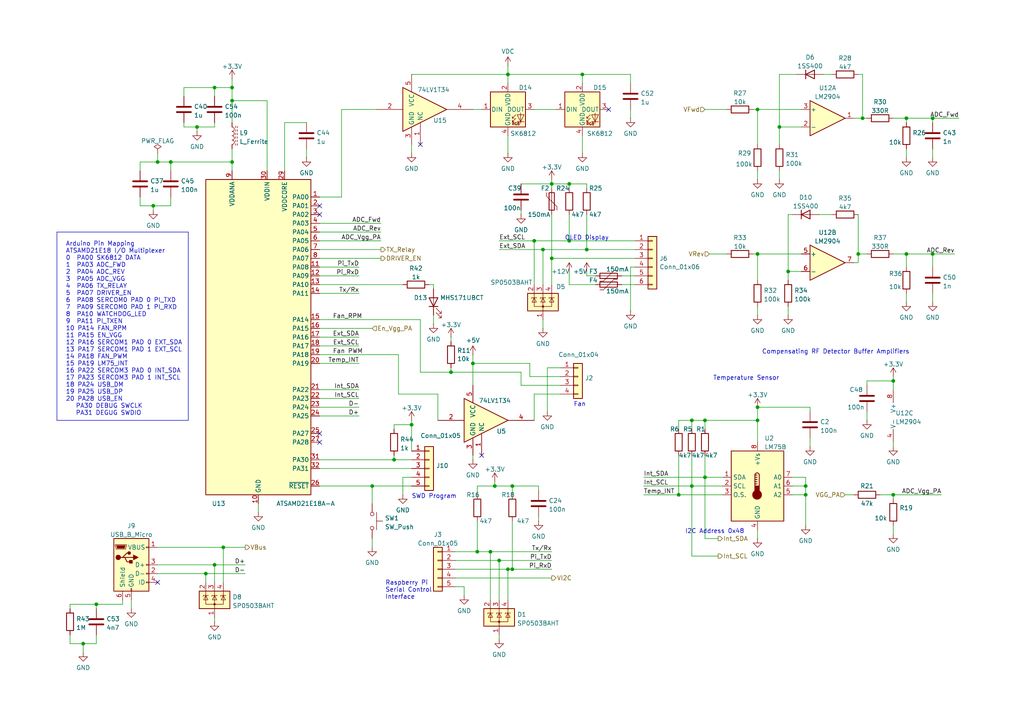
<source format=kicad_sch>
(kicad_sch (version 20231120) (generator "eeschema") (generator_version "8.0")
  (paper "A4")
  (junction (at 44.45 59.69))
  (junction (at 143.51 140.97))
  (junction (at 59.69 166.37))
  (junction (at 165.1 53.34))
  (junction (at 170.18 72.39))
  (junction (at 259.08 143.51))
  (junction (at 157.48 72.39))
  (junction (at 204.47 121.92))
  (junction (at 147.32 21.59))
  (junction (at 27.94 175.26))
  (junction (at 114.3 133.35))
  (junction (at 233.68 140.97))
  (junction (at 49.53 46.99))
  (junction (at 200.66 140.97))
  (junction (at 228.6 78.74))
  (junction (at 67.31 46.99))
  (junction (at 137.16 105.41))
  (junction (at 62.23 163.83))
  (junction (at 219.71 31.75))
  (junction (at 226.06 36.83))
  (junction (at 45.72 46.99))
  (junction (at 233.68 143.51))
  (junction (at 160.02 53.34))
  (junction (at 262.89 73.66))
  (junction (at 24.13 186.69))
  (junction (at 67.31 25.4))
  (junction (at 107.95 140.97))
  (junction (at 57.15 36.83))
  (junction (at 262.89 34.29))
  (junction (at 248.92 73.66))
  (junction (at 200.66 121.92))
  (junction (at 144.78 162.56))
  (junction (at 196.85 143.51))
  (junction (at 168.91 21.59))
  (junction (at 219.71 118.11))
  (junction (at 148.59 165.1))
  (junction (at 270.51 73.66))
  (junction (at 130.81 107.95))
  (junction (at 160.02 74.93))
  (junction (at 138.43 160.02))
  (junction (at 142.24 160.02))
  (junction (at 204.47 138.43))
  (junction (at 147.32 165.1))
  (junction (at 67.31 29.21))
  (junction (at 219.71 73.66))
  (junction (at 165.1 69.85))
  (junction (at 64.77 158.75))
  (junction (at 250.19 34.29))
  (junction (at 148.59 140.97))
  (junction (at 154.94 69.85))
  (junction (at 119.38 123.19))
  (junction (at 259.08 110.49))
  (junction (at 270.51 34.29))
  (junction (at 219.71 121.92))
  (junction (at 62.23 25.4))
  (no_connect (at 92.71 59.69))
  (no_connect (at 92.71 128.27))
  (no_connect (at 92.71 125.73))
  (no_connect (at 139.7 132.08))
  (no_connect (at 121.92 41.91))
  (no_connect (at 92.71 62.23))
  (no_connect (at 176.53 31.75))
  (no_connect (at 45.72 168.91))
  (wire (pts (xy 218.44 31.75) (xy 219.71 31.75)))
  (wire (pts (xy 226.06 49.53) (xy 226.06 52.07)))
  (wire (pts (xy 142.24 160.02) (xy 160.02 160.02)))
  (wire (pts (xy 67.31 29.21) (xy 77.47 29.21)))
  (wire (pts (xy 27.94 175.26) (xy 27.94 176.53)))
  (wire (pts (xy 219.71 121.92) (xy 219.71 128.27)))
  (wire (pts (xy 204.47 132.08) (xy 204.47 138.43)))
  (wire (pts (xy 67.31 25.4) (xy 67.31 29.21)))
  (wire (pts (xy 270.51 85.09) (xy 270.51 87.63)))
  (wire (pts (xy 180.34 82.55) (xy 184.15 82.55)))
  (wire (pts (xy 259.08 152.4) (xy 259.08 154.94)))
  (wire (pts (xy 186.69 140.97) (xy 200.66 140.97)))
  (wire (pts (xy 40.64 59.69) (xy 44.45 59.69)))
  (wire (pts (xy 233.68 140.97) (xy 233.68 143.51)))
  (wire (pts (xy 205.74 73.66) (xy 210.82 73.66)))
  (wire (pts (xy 228.6 88.9) (xy 228.6 91.44)))
  (wire (pts (xy 64.77 158.75) (xy 71.12 158.75)))
  (wire (pts (xy 35.56 175.26) (xy 27.94 175.26)))
  (wire (pts (xy 119.38 123.19) (xy 114.3 123.19)))
  (wire (pts (xy 27.94 186.69) (xy 27.94 184.15)))
  (wire (pts (xy 116.84 138.43) (xy 116.84 143.51)))
  (wire (pts (xy 114.3 133.35) (xy 119.38 133.35)))
  (wire (pts (xy 147.32 39.37) (xy 147.32 44.45)))
  (wire (pts (xy 170.18 53.34) (xy 165.1 53.34)))
  (wire (pts (xy 147.32 24.13) (xy 147.32 21.59)))
  (wire (pts (xy 144.78 162.56) (xy 160.02 162.56)))
  (wire (pts (xy 115.57 114.3) (xy 115.57 102.87)))
  (wire (pts (xy 62.23 36.83) (xy 62.23 35.56)))
  (wire (pts (xy 233.68 138.43) (xy 233.68 140.97)))
  (wire (pts (xy 168.91 21.59) (xy 182.88 21.59)))
  (wire (pts (xy 160.02 62.23) (xy 160.02 74.93)))
  (wire (pts (xy 170.18 78.74) (xy 170.18 80.01)))
  (wire (pts (xy 121.92 92.71) (xy 121.92 107.95)))
  (polyline (pts (xy 16.51 67.31) (xy 16.51 121.92)))
  (wire (pts (xy 229.87 140.97) (xy 233.68 140.97)))
  (wire (pts (xy 262.89 34.29) (xy 262.89 35.56)))
  (wire (pts (xy 172.72 82.55) (xy 165.1 82.55)))
  (wire (pts (xy 182.88 21.59) (xy 182.88 24.13)))
  (wire (pts (xy 107.95 140.97) (xy 107.95 146.05)))
  (wire (pts (xy 147.32 165.1) (xy 148.59 165.1)))
  (wire (pts (xy 62.23 25.4) (xy 67.31 25.4)))
  (wire (pts (xy 233.68 143.51) (xy 233.68 152.4)))
  (wire (pts (xy 219.71 31.75) (xy 232.41 31.75)))
  (wire (pts (xy 119.38 123.19) (xy 119.38 130.81)))
  (wire (pts (xy 57.15 36.83) (xy 57.15 38.1)))
  (wire (pts (xy 259.08 34.29) (xy 262.89 34.29)))
  (wire (pts (xy 125.73 91.44) (xy 125.73 93.98)))
  (wire (pts (xy 132.08 162.56) (xy 144.78 162.56)))
  (wire (pts (xy 262.89 85.09) (xy 262.89 87.63)))
  (wire (pts (xy 157.48 72.39) (xy 157.48 82.55)))
  (wire (pts (xy 114.3 132.08) (xy 114.3 133.35)))
  (wire (pts (xy 259.08 128.27) (xy 259.08 129.54)))
  (wire (pts (xy 107.95 156.21) (xy 107.95 158.75)))
  (wire (pts (xy 160.02 74.93) (xy 160.02 82.55)))
  (wire (pts (xy 170.18 54.61) (xy 170.18 53.34)))
  (wire (pts (xy 137.16 132.08) (xy 137.16 133.35)))
  (wire (pts (xy 99.06 31.75) (xy 99.06 57.15)))
  (wire (pts (xy 156.21 149.86) (xy 156.21 151.13)))
  (wire (pts (xy 119.38 41.91) (xy 119.38 44.45)))
  (polyline (pts (xy 16.51 121.92) (xy 54.61 121.92)))
  (wire (pts (xy 44.45 59.69) (xy 44.45 60.96)))
  (wire (pts (xy 114.3 123.19) (xy 114.3 124.46)))
  (wire (pts (xy 148.59 151.13) (xy 148.59 165.1)))
  (wire (pts (xy 234.95 119.38) (xy 234.95 118.11)))
  (wire (pts (xy 172.72 80.01) (xy 170.18 80.01)))
  (wire (pts (xy 49.53 59.69) (xy 49.53 57.15)))
  (wire (pts (xy 229.87 143.51) (xy 233.68 143.51)))
  (wire (pts (xy 196.85 121.92) (xy 196.85 124.46)))
  (wire (pts (xy 115.57 114.3) (xy 127 114.3)))
  (wire (pts (xy 138.43 143.51) (xy 138.43 140.97)))
  (wire (pts (xy 92.71 82.55) (xy 116.84 82.55)))
  (wire (pts (xy 147.32 21.59) (xy 168.91 21.59)))
  (wire (pts (xy 88.9 35.56) (xy 82.55 35.56)))
  (wire (pts (xy 67.31 29.21) (xy 67.31 35.56)))
  (wire (pts (xy 153.67 105.41) (xy 137.16 105.41)))
  (wire (pts (xy 200.66 121.92) (xy 200.66 124.46)))
  (wire (pts (xy 20.32 175.26) (xy 20.32 176.53)))
  (wire (pts (xy 200.66 132.08) (xy 200.66 140.97)))
  (wire (pts (xy 247.65 76.2) (xy 248.92 76.2)))
  (wire (pts (xy 182.88 77.47) (xy 184.15 77.47)))
  (wire (pts (xy 154.94 82.55) (xy 154.94 69.85)))
  (wire (pts (xy 250.19 34.29) (xy 250.19 21.59)))
  (wire (pts (xy 241.3 21.59) (xy 238.76 21.59)))
  (wire (pts (xy 148.59 165.1) (xy 160.02 165.1)))
  (wire (pts (xy 138.43 151.13) (xy 138.43 160.02)))
  (wire (pts (xy 151.13 60.96) (xy 151.13 62.23)))
  (wire (pts (xy 165.1 62.23) (xy 165.1 69.85)))
  (wire (pts (xy 92.71 140.97) (xy 107.95 140.97)))
  (wire (pts (xy 247.65 143.51) (xy 245.11 143.51)))
  (wire (pts (xy 262.89 34.29) (xy 270.51 34.29)))
  (wire (pts (xy 248.92 62.23) (xy 248.92 73.66)))
  (wire (pts (xy 262.89 73.66) (xy 262.89 77.47)))
  (wire (pts (xy 262.89 73.66) (xy 270.51 73.66)))
  (wire (pts (xy 138.43 140.97) (xy 143.51 140.97)))
  (wire (pts (xy 182.88 31.75) (xy 182.88 34.29)))
  (wire (pts (xy 219.71 49.53) (xy 219.71 52.07)))
  (wire (pts (xy 53.34 25.4) (xy 62.23 25.4)))
  (wire (pts (xy 144.78 184.15) (xy 144.78 185.42)))
  (wire (pts (xy 92.71 77.47) (xy 104.14 77.47)))
  (wire (pts (xy 62.23 179.07) (xy 62.23 180.34)))
  (wire (pts (xy 251.46 110.49) (xy 259.08 110.49)))
  (wire (pts (xy 132.08 165.1) (xy 147.32 165.1)))
  (wire (pts (xy 67.31 43.18) (xy 67.31 46.99)))
  (wire (pts (xy 130.81 97.79) (xy 130.81 99.06)))
  (wire (pts (xy 45.72 166.37) (xy 59.69 166.37)))
  (wire (pts (xy 137.16 105.41) (xy 137.16 111.76)))
  (wire (pts (xy 44.45 59.69) (xy 49.53 59.69)))
  (wire (pts (xy 160.02 53.34) (xy 160.02 54.61)))
  (polyline (pts (xy 16.51 67.31) (xy 54.61 67.31)))
  (wire (pts (xy 154.94 31.75) (xy 161.29 31.75)))
  (wire (pts (xy 27.94 175.26) (xy 20.32 175.26)))
  (wire (pts (xy 160.02 52.07) (xy 160.02 53.34)))
  (wire (pts (xy 186.69 138.43) (xy 204.47 138.43)))
  (wire (pts (xy 59.69 166.37) (xy 59.69 168.91)))
  (wire (pts (xy 228.6 78.74) (xy 232.41 78.74)))
  (wire (pts (xy 77.47 29.21) (xy 77.47 49.53)))
  (wire (pts (xy 88.9 43.18) (xy 88.9 45.72)))
  (wire (pts (xy 119.38 138.43) (xy 116.84 138.43)))
  (wire (pts (xy 259.08 73.66) (xy 262.89 73.66)))
  (wire (pts (xy 121.92 107.95) (xy 130.81 107.95)))
  (wire (pts (xy 165.1 53.34) (xy 165.1 54.61)))
  (wire (pts (xy 137.16 31.75) (xy 139.7 31.75)))
  (wire (pts (xy 92.71 95.25) (xy 107.95 95.25)))
  (wire (pts (xy 92.71 69.85) (xy 110.49 69.85)))
  (wire (pts (xy 127 114.3) (xy 127 121.92)))
  (wire (pts (xy 229.87 138.43) (xy 233.68 138.43)))
  (wire (pts (xy 45.72 158.75) (xy 64.77 158.75)))
  (wire (pts (xy 40.64 46.99) (xy 45.72 46.99)))
  (wire (pts (xy 137.16 102.87) (xy 137.16 105.41)))
  (wire (pts (xy 204.47 138.43) (xy 209.55 138.43)))
  (wire (pts (xy 147.32 165.1) (xy 147.32 173.99)))
  (wire (pts (xy 160.02 53.34) (xy 151.13 53.34)))
  (wire (pts (xy 92.71 80.01) (xy 104.14 80.01)))
  (wire (pts (xy 226.06 36.83) (xy 226.06 41.91)))
  (wire (pts (xy 165.1 78.74) (xy 165.1 82.55)))
  (wire (pts (xy 92.71 133.35) (xy 114.3 133.35)))
  (wire (pts (xy 24.13 186.69) (xy 27.94 186.69)))
  (wire (pts (xy 259.08 110.49) (xy 259.08 113.03)))
  (wire (pts (xy 219.71 118.11) (xy 219.71 121.92)))
  (wire (pts (xy 92.71 74.93) (xy 110.49 74.93)))
  (wire (pts (xy 219.71 153.67) (xy 219.71 156.21)))
  (wire (pts (xy 59.69 166.37) (xy 71.12 166.37)))
  (wire (pts (xy 219.71 73.66) (xy 219.71 81.28)))
  (wire (pts (xy 53.34 27.94) (xy 53.34 25.4)))
  (polyline (pts (xy 54.61 121.92) (xy 54.61 67.31)))
  (wire (pts (xy 143.51 139.7) (xy 143.51 140.97)))
  (wire (pts (xy 62.23 163.83) (xy 71.12 163.83)))
  (wire (pts (xy 204.47 31.75) (xy 210.82 31.75)))
  (wire (pts (xy 158.75 106.68) (xy 158.75 119.38)))
  (wire (pts (xy 154.94 121.92) (xy 154.94 114.3)))
  (wire (pts (xy 168.91 39.37) (xy 168.91 44.45)))
  (wire (pts (xy 200.66 140.97) (xy 209.55 140.97)))
  (wire (pts (xy 259.08 110.49) (xy 259.08 109.22)))
  (wire (pts (xy 45.72 44.45) (xy 45.72 46.99)))
  (wire (pts (xy 38.1 173.99) (xy 38.1 176.53)))
  (wire (pts (xy 170.18 62.23) (xy 170.18 72.39)))
  (wire (pts (xy 99.06 57.15) (xy 92.71 57.15)))
  (wire (pts (xy 165.1 53.34) (xy 160.02 53.34)))
  (wire (pts (xy 219.71 121.92) (xy 204.47 121.92)))
  (wire (pts (xy 228.6 62.23) (xy 228.6 78.74)))
  (wire (pts (xy 180.34 80.01) (xy 184.15 80.01)))
  (wire (pts (xy 64.77 158.75) (xy 64.77 168.91)))
  (wire (pts (xy 250.19 21.59) (xy 248.92 21.59)))
  (wire (pts (xy 92.71 115.57) (xy 104.14 115.57)))
  (wire (pts (xy 270.51 73.66) (xy 276.86 73.66)))
  (wire (pts (xy 270.51 43.18) (xy 270.51 45.72)))
  (wire (pts (xy 234.95 118.11) (xy 219.71 118.11)))
  (wire (pts (xy 219.71 31.75) (xy 219.71 41.91)))
  (wire (pts (xy 204.47 156.21) (xy 208.28 156.21)))
  (wire (pts (xy 144.78 69.85) (xy 154.94 69.85)))
  (wire (pts (xy 92.71 113.03) (xy 104.14 113.03)))
  (wire (pts (xy 270.51 34.29) (xy 270.51 35.56)))
  (wire (pts (xy 251.46 111.76) (xy 251.46 110.49)))
  (wire (pts (xy 162.56 109.22) (xy 153.67 109.22)))
  (wire (pts (xy 53.34 36.83) (xy 57.15 36.83)))
  (wire (pts (xy 20.32 186.69) (xy 24.13 186.69)))
  (wire (pts (xy 196.85 132.08) (xy 196.85 143.51)))
  (wire (pts (xy 160.02 74.93) (xy 184.15 74.93)))
  (wire (pts (xy 115.57 102.87) (xy 92.71 102.87)))
  (wire (pts (xy 74.93 146.05) (xy 74.93 148.59)))
  (wire (pts (xy 132.08 170.18) (xy 134.62 170.18)))
  (wire (pts (xy 162.56 106.68) (xy 158.75 106.68)))
  (wire (pts (xy 170.18 72.39) (xy 184.15 72.39)))
  (wire (pts (xy 92.71 85.09) (xy 104.14 85.09)))
  (wire (pts (xy 147.32 21.59) (xy 119.38 21.59)))
  (wire (pts (xy 259.08 143.51) (xy 255.27 143.51)))
  (wire (pts (xy 154.94 69.85) (xy 165.1 69.85)))
  (wire (pts (xy 204.47 121.92) (xy 200.66 121.92)))
  (wire (pts (xy 92.71 120.65) (xy 104.14 120.65)))
  (wire (pts (xy 165.1 69.85) (xy 184.15 69.85)))
  (wire (pts (xy 156.21 140.97) (xy 156.21 142.24)))
  (wire (pts (xy 57.15 36.83) (xy 62.23 36.83)))
  (wire (pts (xy 125.73 82.55) (xy 125.73 83.82)))
  (wire (pts (xy 53.34 35.56) (xy 53.34 36.83)))
  (wire (pts (xy 151.13 111.76) (xy 162.56 111.76)))
  (wire (pts (xy 148.59 140.97) (xy 148.59 143.51)))
  (wire (pts (xy 143.51 140.97) (xy 148.59 140.97)))
  (wire (pts (xy 200.66 161.29) (xy 200.66 140.97)))
  (wire (pts (xy 40.64 57.15) (xy 40.64 59.69)))
  (wire (pts (xy 273.05 143.51) (xy 259.08 143.51)))
  (wire (pts (xy 259.08 143.51) (xy 259.08 144.78)))
  (wire (pts (xy 132.08 167.64) (xy 160.02 167.64)))
  (wire (pts (xy 248.92 73.66) (xy 248.92 76.2)))
  (wire (pts (xy 67.31 46.99) (xy 67.31 49.53)))
  (wire (pts (xy 124.46 82.55) (xy 125.73 82.55)))
  (wire (pts (xy 148.59 140.97) (xy 156.21 140.97)))
  (wire (pts (xy 229.87 62.23) (xy 228.6 62.23)))
  (wire (pts (xy 20.32 184.15) (xy 20.32 186.69)))
  (wire (pts (xy 132.08 160.02) (xy 138.43 160.02)))
  (wire (pts (xy 134.62 170.18) (xy 134.62 172.72)))
  (wire (pts (xy 200.66 121.92) (xy 196.85 121.92)))
  (wire (pts (xy 45.72 46.99) (xy 49.53 46.99)))
  (wire (pts (xy 35.56 173.99) (xy 35.56 175.26)))
  (wire (pts (xy 62.23 25.4) (xy 62.23 27.94)))
  (wire (pts (xy 67.31 22.86) (xy 67.31 25.4)))
  (wire (pts (xy 232.41 36.83) (xy 226.06 36.83)))
  (wire (pts (xy 92.71 135.89) (xy 119.38 135.89)))
  (wire (pts (xy 40.64 49.53) (xy 40.64 46.99)))
  (wire (pts (xy 219.71 88.9) (xy 219.71 91.44)))
  (wire (pts (xy 228.6 78.74) (xy 228.6 81.28)))
  (wire (pts (xy 92.71 72.39) (xy 110.49 72.39)))
  (wire (pts (xy 138.43 160.02) (xy 142.24 160.02)))
  (wire (pts (xy 92.71 64.77) (xy 110.49 64.77)))
  (wire (pts (xy 248.92 73.66) (xy 251.46 73.66)))
  (wire (pts (xy 147.32 19.05) (xy 147.32 21.59)))
  (wire (pts (xy 157.48 72.39) (xy 170.18 72.39)))
  (wire (pts (xy 218.44 73.66) (xy 219.71 73.66)))
  (wire (pts (xy 144.78 72.39) (xy 157.48 72.39)))
  (wire (pts (xy 153.67 109.22) (xy 153.67 105.41)))
  (wire (pts (xy 49.53 46.99) (xy 67.31 46.99)))
  (wire (pts (xy 24.13 186.69) (xy 24.13 189.23)))
  (wire (pts (xy 204.47 121.92) (xy 204.47 124.46)))
  (wire (pts (xy 92.71 105.41) (xy 104.14 105.41)))
  (wire (pts (xy 250.19 34.29) (xy 251.46 34.29)))
  (wire (pts (xy 130.81 106.68) (xy 130.81 107.95)))
  (wire (pts (xy 196.85 143.51) (xy 209.55 143.51)))
  (wire (pts (xy 208.28 161.29) (xy 200.66 161.29)))
  (wire (pts (xy 270.51 77.47) (xy 270.51 73.66)))
  (wire (pts (xy 270.51 34.29) (xy 278.13 34.29)))
  (wire (pts (xy 168.91 21.59) (xy 168.91 24.13)))
  (wire (pts (xy 219.71 73.66) (xy 232.41 73.66)))
  (wire (pts (xy 251.46 119.38) (xy 251.46 121.92)))
  (wire (pts (xy 154.94 114.3) (xy 162.56 114.3)))
  (wire (pts (xy 62.23 163.83) (xy 62.23 168.91)))
  (wire (pts (xy 92.71 92.71) (xy 121.92 92.71)))
  (wire (pts (xy 92.71 97.79) (xy 104.14 97.79)))
  (wire (pts (xy 226.06 36.83) (xy 226.06 21.59)))
  (wire (pts (xy 92.71 67.31) (xy 110.49 67.31)))
  (wire (pts (xy 45.72 163.83) (xy 62.23 163.83)))
  (wire (pts (xy 186.69 143.51) (xy 196.85 143.51)))
  (wire (pts (xy 49.53 46.99) (xy 49.53 49.53)))
  (wire (pts (xy 234.95 127) (xy 234.95 129.54)))
  (wire (pts (xy 119.38 121.92) (xy 119.38 123.19)))
  (wire (pts (xy 226.06 21.59) (xy 231.14 21.59)))
  (wire (pts (xy 82.55 35.56) (xy 82.55 49.53)))
  (wire (pts (xy 142.24 160.02) (xy 142.24 173.99)))
  (wire (pts (xy 247.65 34.29) (xy 250.19 34.29)))
  (wire (pts (xy 107.95 140.97) (xy 119.38 140.97)))
  (wire (pts (xy 99.06 31.75) (xy 109.22 31.75)))
  (wire (pts (xy 130.81 107.95) (xy 151.13 107.95)))
  (wire (pts (xy 157.48 92.71) (xy 157.48 95.25)))
  (wire (pts (xy 144.78 162.56) (xy 144.78 173.99)))
  (wire (pts (xy 241.3 62.23) (xy 237.49 62.23)))
  (wire (pts (xy 92.71 100.33) (xy 104.14 100.33)))
  (wire (pts (xy 92.71 118.11) (xy 104.14 118.11)))
  (wire (pts (xy 204.47 138.43) (xy 204.47 156.21)))
  (wire (pts (xy 262.89 43.18) (xy 262.89 45.72)))
  (wire (pts (xy 151.13 107.95) (xy 151.13 111.76)))
  (wire (pts (xy 182.88 77.47) (xy 182.88 90.17)))
  (text "OLED Display" (at 163.83 69.85 0) (effects (font (size 1.27 1.27)) (justify left bottom)))
  (text "I2C Address 0x48" (at 215.9 154.94 0) (effects (font (size 1.27 1.27)) (justify right bottom)))
  (text "Arduino Pin Mapping\nATSAMD21E18 I/O Multiplexer\n0  PA00 SK6812 DATA\n1  PA03 ADC_FWD\n2  PA04 ADC_REV\n3  PA05 ADC_VGG\n4  PA06 TX_RELAY\n5  PA07 DRIVER_EN\n6  PA08 SERCOM0 PAD 0 PI_TXD\n7  PA09 SERCOM0 PAD 1 PI_RXD\n8  PA10 WATCHDOG_LED\n9  PA11 PI_TXEN\n10 PA14 FAN_RPM\n11 PA15 EN_VGG\n12 PA16 SERCOM1 PAD 0 EXT_SDA\n13 PA17 SERCOM1 PAD 1 EXT_SCL\n14 PA18 FAN_PWM\n15 PA19 LM75_INT\n16 PA22 SERCOM3 PAD 0 INT_SDA\n17 PA23 SERCOM3 PAD 1 INT_SCL\n18 PA24 USB_DM\n19 PA25 USB_DP\n20 PA28 USB_EN\n   PA30 DEBUG SWCLK\n   PA31 DEGUG SWDIO\n" (at 19.05 120.65 0) (effects (font (size 1.27 1.27)) (justify left bottom)))
  (text "Temperature Sensor" (at 226.06 110.49 0) (effects (font (size 1.27 1.27)) (justify right bottom)))
  (text "Raspberry Pi\nSerial Control\nInterface" (at 111.76 173.99 0) (effects (font (size 1.27 1.27)) (justify left bottom)))
  (text "Fan\n" (at 166.37 118.11 0) (effects (font (size 1.27 1.27)) (justify left bottom)))
  (text "SWD Program" (at 119.38 144.78 0) (effects (font (size 1.27 1.27)) (justify left bottom)))
  (text "Compensating RF Detector Buffer Amplifiers" (at 220.98 102.87 0) (effects (font (size 1.27 1.27)) (justify left bottom)))
  (label "Temp_INT" (at 186.69 143.51 0))
  (label "Temp_INT" (at 104.14 105.41 180))
  (label "Pi_RxD" (at 160.02 165.1 180))
  (label "Fan_RPM" (at 96.52 92.71 0))
  (label "Int_SCL" (at 104.14 115.57 180))
  (label "Ext_SDA" (at 144.78 72.39 0))
  (label "ADC_Vgg_PA" (at 273.05 143.51 180))
  (label "ADC_Rev" (at 110.49 67.31 180))
  (label "Ext_SDA" (at 104.14 97.79 180))
  (label "Int_SDA" (at 104.14 113.03 180))
  (label "Pi_TxD" (at 104.14 77.47 180))
  (label "Ext_SCL" (at 144.78 69.85 0))
  (label "Tx{slash}Rx" (at 160.02 160.02 180))
  (label "ADC_Fwd" (at 110.49 64.77 180))
  (label "D-" (at 104.14 118.11 180))
  (label "Pi_RxD" (at 104.14 80.01 180))
  (label "ADC_Vgg_PA" (at 110.49 69.85 180))
  (label "Int_SDA" (at 186.69 138.43 0))
  (label "Fan PWM" (at 96.52 102.87 0))
  (label "Int_SCL" (at 186.69 140.97 0))
  (label "Ext_SCL" (at 104.14 100.33 180))
  (label "D-" (at 71.12 166.37 180))
  (label "ADC_Rev" (at 276.86 73.66 180))
  (label "Pi_TxD" (at 160.02 162.56 180))
  (label "Tx{slash}Rx" (at 104.14 85.09 180))
  (label "ADC_Fwd" (at 278.13 34.29 180))
  (label "D+" (at 71.12 163.83 180))
  (label "D+" (at 104.14 120.65 180))
  (hierarchical_label "VI2C" (shape output) (at 160.02 167.64 0))
  (hierarchical_label "VFwd" (shape input) (at 204.47 31.75 180))
  (hierarchical_label "Int_SCL" (shape output) (at 208.28 161.29 0))
  (hierarchical_label "DRIVER_EN" (shape output) (at 110.49 74.93 0))
  (hierarchical_label "TX_Relay" (shape output) (at 110.49 72.39 0))
  (hierarchical_label "VBus" (shape output) (at 71.12 158.75 0))
  (hierarchical_label "Int_SDA" (shape output) (at 208.28 156.21 0))
  (hierarchical_label "En_Vgg_PA" (shape input) (at 107.95 95.25 0))
  (hierarchical_label "VGG_PA" (shape input) (at 245.11 143.51 180))
  (hierarchical_label "VRev" (shape input) (at 205.74 73.66 180))
  (symbol (lib_id "Device:C") (at 151.13 57.15 0) (unit 1)
    (property "Reference" "C39" (at 147.32 54.61 0) (effects (justify left)))
    (property "Value" "100n" (at 146.05 60.325 0) (effects (justify left)))
    (property "Footprint" "Capacitor_SMD:C_0603_1608Metric" (effects (hide yes)))
    (property "Description" "Unpolarized capacitor" (effects (hide yes)))
    (property "Comment" "100nF 50V 0603 5%" (effects (hide yes)))
    (property "LCSC Part" "C88136" (effects (hide yes)))
  )
  (symbol (lib_id "Pi_PA:SK6812_LCSC") (at 147.32 31.75 0) (unit 1)
    (property "Reference" "D14" (at 152.4 25.4 0))
    (property "Value" "SK6812" (at 151.765 38.735 0))
    (property "Footprint" "Pi_Tx_V2:SK6812SIDE-A-RVS" (effects (hide yes)))
    (property "Datasheet" "https://cdn-shop.adafruit.com/product-files/1138/SK6812+LED+datasheet+.pdf" (effects (hide yes)))
    (property "Description" "RGB LED with integrated controller" (effects (hide yes)))
    (property "Comment" "SK6812 LED 4 pin Side" (effects (hide yes)))
    (property "LCSC Part" "C2890037" (effects (hide yes)))
  )
  (symbol (lib_id "Device:R") (at 226.06 45.72 0) (unit 1)
    (property "Reference" "R31" (at 227.838 44.8853 0) (effects (justify left)))
    (property "Value" "100k" (at 227.838 47.4222 0) (effects (justify left)))
    (property "Footprint" "Resistor_SMD:R_0603_1608Metric" (effects (hide yes)))
    (property "Description" "Resistor" (effects (hide yes)))
    (property "LCSC Part" "C25803" (effects (hide yes)))
  )
  (symbol (lib_id "Device:R") (at 245.11 21.59 270) (mirror x) (unit 1)
    (property "Reference" "R28" (at 245.11 16.8742 90))
    (property "Value" "4k7" (at 245.11 19.4111 90))
    (property "Footprint" "Resistor_SMD:R_0603_1608Metric" (effects (hide yes)))
    (property "Description" "Resistor" (effects (hide yes)))
    (property "LCSC Part" "C23162" (effects (hide yes)))
  )
  (symbol (lib_id "power:GND") (at 234.95 129.54 0) (unit 1)
    (property "Reference" "#PWR026" (effects (hide yes)))
    (property "Value" "GND" (at 234.95 133.9834 0))
    (property "Description" "Power symbol creates a global label with name \"GND\" , ground" (effects (hide yes)))
  )
  (symbol (lib_id "Connector_Generic:Conn_01x05") (at 127 165.1 0) (mirror y) (unit 1)
    (property "Reference" "J3" (at 127 155.0502 0))
    (property "Value" "Conn_01x05" (at 127 157.5871 0))
    (property "Footprint" "Pi_Tx_V2:JST_PH_S5B-PH-SM4-TB_1x05-1MP_P2.00mm_Horizontal" (effects (hide yes)))
    (property "Description" "Generic connector, single row, 01x05, script generated (kicad-library-utils/schlib/autogen/connector/)" (effects (hide yes)))
    (property "Comment" "PH 2.0mm 5 way SMT right Angle" (effects (hide yes)))
    (property "LCSC Part" "C7429692" (effects (hide yes)))
  )
  (symbol (lib_id "Device:Polyfuse") (at 176.53 80.01 90) (unit 1)
    (property "Reference" "F3" (at 172.085 78.74 90))
    (property "Value" "150mA" (at 179.07 78.105 90))
    (property "Footprint" "Fuse:Fuse_0805_2012Metric" (effects (hide yes)))
    (property "Description" "Resettable fuse, polymeric positive temperature coefficient" (effects (hide yes)))
    (property "Comment" "100mA Polyfuse 0805 24V" (effects (hide yes)))
    (property "LCSC Part" "C2840556" (effects (hide yes)))
  )
  (symbol (lib_id "Device:R") (at 120.65 82.55 270) (unit 1)
    (property "Reference" "R42" (at 120.65 77.8342 90))
    (property "Value" "1k" (at 120.65 80.3711 90))
    (property "Footprint" "Resistor_SMD:R_0603_1608Metric" (effects (hide yes)))
    (property "Description" "Resistor" (effects (hide yes)))
    (property "LCSC Part" "C21190" (effects (hide yes)))
  )
  (symbol (lib_id "power:GND") (at 182.88 34.29 0) (unit 1)
    (property "Reference" "#PWR0110" (effects (hide yes)))
    (property "Value" "GND" (at 182.88 38.7334 0))
    (property "Description" "Power symbol creates a global label with name \"GND\" , ground" (effects (hide yes)))
  )
  (symbol (lib_id "power:GND") (at 147.32 44.45 0) (unit 1)
    (property "Reference" "#PWR012" (effects (hide yes)))
    (property "Value" "GND" (at 147.32 48.8934 0))
    (property "Description" "Power symbol creates a global label with name \"GND\" , ground" (effects (hide yes)))
  )
  (symbol (lib_id "power:+3.3V") (at 143.51 139.7 0) (unit 1)
    (property "Reference" "#PWR016" (effects (hide yes)))
    (property "Value" "+3.3V" (at 143.51 136.1242 0))
    (property "Description" "Power symbol creates a global label with name \"+3.3V\"" (effects (hide yes)))
  )
  (symbol (lib_id "Device:R") (at 219.71 45.72 0) (unit 1)
    (property "Reference" "R29" (at 213.995 44.45 0) (effects (justify left)))
    (property "Value" "100k" (at 213.36 47.625 0) (effects (justify left)))
    (property "Footprint" "Resistor_SMD:R_0603_1608Metric" (effects (hide yes)))
    (property "Description" "Resistor" (effects (hide yes)))
    (property "LCSC Part" "C25803" (effects (hide yes)))
  )
  (symbol (lib_id "Device:C") (at 234.95 123.19 0) (unit 1)
    (property "Reference" "C2" (at 237.871 122.3553 0) (effects (justify left)))
    (property "Value" "100n" (at 237.871 124.8922 0) (effects (justify left)))
    (property "Footprint" "Capacitor_SMD:C_0603_1608Metric" (effects (hide yes)))
    (property "Description" "Unpolarized capacitor" (effects (hide yes)))
    (property "Comment" "100nF 50V 0603 5%" (effects (hide yes)))
    (property "LCSC Part" "C88136" (effects (hide yes)))
  )
  (symbol (lib_id "Device:R") (at 228.6 85.09 0) (unit 1)
    (property "Reference" "R34" (at 230.378 84.2553 0) (effects (justify left)))
    (property "Value" "100k" (at 230.378 86.7922 0) (effects (justify left)))
    (property "Footprint" "Resistor_SMD:R_0603_1608Metric" (effects (hide yes)))
    (property "Description" "Resistor" (effects (hide yes)))
    (property "LCSC Part" "C25803" (effects (hide yes)))
  )
  (symbol (lib_id "Device:R") (at 214.63 73.66 90) (unit 1)
    (property "Reference" "R33" (at 214.63 68.9442 90))
    (property "Value" "10k" (at 214.63 71.4811 90))
    (property "Footprint" "Resistor_SMD:R_0603_1608Metric" (effects (hide yes)))
    (property "Description" "Resistor" (effects (hide yes)))
    (property "LCSC Part" "C25804" (effects (hide yes)))
  )
  (symbol (lib_id "Device:R") (at 200.66 128.27 0) (unit 1)
    (property "Reference" "R5" (at 198.12 124.46 0) (effects (justify left)))
    (property "Value" "4k7" (at 200.66 132.08 0) (effects (justify left)))
    (property "Footprint" "Resistor_SMD:R_0603_1608Metric" (effects (hide yes)))
    (property "Description" "Resistor" (effects (hide yes)))
    (property "LCSC Part" "C23162" (effects (hide yes)))
  )
  (symbol (lib_id "Device:C") (at 88.9 39.37 0) (unit 1)
    (property "Reference" "C44" (at 91.821 38.5353 0) (effects (justify left)))
    (property "Value" "1u" (at 91.821 41.0722 0) (effects (justify left)))
    (property "Footprint" "Capacitor_SMD:C_0603_1608Metric" (effects (hide yes)))
    (property "Description" "Unpolarized capacitor" (effects (hide yes)))
    (property "Comment" "1uF 25V 0603 10%" (effects (hide yes)))
    (property "LCSC Part" "C89376" (effects (hide yes)))
  )
  (symbol (lib_id "power:+5V") (at 137.16 102.87 0) (unit 1)
    (property "Reference" "#PWR0106" (effects (hide yes)))
    (property "Value" "+5V" (at 137.16 98.7369 0))
    (property "Description" "Power symbol creates a global label with name \"+5V\"" (effects (hide yes)))
  )
  (symbol (lib_id "power:GND") (at 137.16 133.35 0) (unit 1)
    (property "Reference" "#PWR0108" (effects (hide yes)))
    (property "Value" "GND" (at 137.16 137.7934 0))
    (property "Description" "Power symbol creates a global label with name \"GND\" , ground" (effects (hide yes)))
  )
  (symbol (lib_id "power:+3.3V") (at 67.31 22.86 0) (unit 1)
    (property "Reference" "#PWR05" (effects (hide yes)))
    (property "Value" "+3.3V" (at 67.31 19.2842 0))
    (property "Description" "Power symbol creates a global label with name \"+3.3V\"" (effects (hide yes)))
  )
  (symbol (lib_id "Amplifier_Operational:LM2904") (at 240.03 34.29 0) (unit 1)
    (property "Reference" "U12" (at 240.03 25.5102 0))
    (property "Value" "LM2904" (at 240.03 28.0471 0))
    (property "Footprint" "Package_SO:SOIC-8_3.9x4.9mm_P1.27mm" (effects (hide yes)))
    (property "Datasheet" "http://www.ti.com/lit/ds/symlink/lm358.pdf" (effects (hide yes)))
    (property "Description" "Dual Operational Amplifiers, DIP-8/SOIC-8/TSSOP-8/VSSOP-8" (effects (hide yes)))
    (property "LCSC Part" "C2941725" (effects (hide yes)))
  )
  (symbol (lib_id "power:+5V") (at 170.18 78.74 0) (unit 1)
    (property "Reference" "#PWR043" (effects (hide yes)))
    (property "Value" "+5V" (at 168.275 78.74 0))
    (property "Description" "Power symbol creates a global label with name \"+5V\"" (effects (hide yes)))
  )
  (symbol (lib_id "power:GND") (at 156.21 151.13 0) (unit 1)
    (property "Reference" "#PWR019" (effects (hide yes)))
    (property "Value" "GND" (at 156.21 155.5734 0))
    (property "Description" "Power symbol creates a global label with name \"GND\" , ground" (effects (hide yes)))
  )
  (symbol (lib_id "power:GND") (at 228.6 91.44 0) (unit 1)
    (property "Reference" "#PWR031" (effects (hide yes)))
    (property "Value" "GND" (at 228.6 95.8834 0))
    (property "Description" "Power symbol creates a global label with name \"GND\" , ground" (effects (hide yes)))
  )
  (symbol (lib_id "Device:C") (at 270.51 81.28 0) (unit 1)
    (property "Reference" "C50" (at 273.431 80.4453 0) (effects (justify left)))
    (property "Value" "1n" (at 273.431 82.9822 0) (effects (justify left)))
    (property "Footprint" "Capacitor_SMD:C_0603_1608Metric" (effects (hide yes)))
    (property "Description" "Unpolarized capacitor" (effects (hide yes)))
    (property "Comment" "1nF 25V 0603 5%" (effects (hide yes)))
    (property "LCSC Part" "C2839443" (effects (hide yes)))
  )
  (symbol (lib_id "power:+3.3V") (at 259.08 109.22 0) (unit 1)
    (property "Reference" "#PWR033" (effects (hide yes)))
    (property "Value" "+3.3V" (at 259.08 105.6442 0))
    (property "Description" "Power symbol creates a global label with name \"+3.3V\"" (effects (hide yes)))
  )
  (symbol (lib_id "power:GND") (at 270.51 87.63 0) (unit 1)
    (property "Reference" "#PWR038" (effects (hide yes)))
    (property "Value" "GND" (at 270.51 92.0734 0))
    (property "Description" "Power symbol creates a global label with name \"GND\" , ground" (effects (hide yes)))
  )
  (symbol (lib_id "Device:R") (at 245.11 62.23 270) (mirror x) (unit 1)
    (property "Reference" "R35" (at 245.11 57.5142 90))
    (property "Value" "4k7" (at 245.11 60.0511 90))
    (property "Footprint" "Resistor_SMD:R_0603_1608Metric" (effects (hide yes)))
    (property "Description" "Resistor" (effects (hide yes)))
    (property "LCSC Part" "C23162" (effects (hide yes)))
  )
  (symbol (lib_id "power:GND") (at 44.45 60.96 0) (unit 1)
    (property "Reference" "#PWR02" (effects (hide yes)))
    (property "Value" "GND" (at 44.45 65.4034 0))
    (property "Description" "Power symbol creates a global label with name \"GND\" , ground" (effects (hide yes)))
  )
  (symbol (lib_id "Device:R") (at 262.89 81.28 0) (unit 1)
    (property "Reference" "R36" (at 257.81 79.375 0) (effects (justify left)))
    (property "Value" "10k" (at 257.81 83.185 0) (effects (justify left)))
    (property "Footprint" "Resistor_SMD:R_0603_1608Metric" (effects (hide yes)))
    (property "Description" "Resistor" (effects (hide yes)))
    (property "LCSC Part" "C25804" (effects (hide yes)))
  )
  (symbol (lib_id "MCU_Microchip_SAMD:ATSAMD21E18A-A") (at 74.93 97.79 0) (mirror y) (unit 1)
    (property "Reference" "U13" (at 65.405 146.05 0) (effects (justify left)))
    (property "Value" "ATSAMD21E18A-A" (at 97.155 146.05 0) (effects (justify left)))
    (property "Footprint" "Package_QFP:TQFP-32_7x7mm_P0.8mm" (effects (hide yes)))
    (property "Datasheet" "http://ww1.microchip.com/downloads/en/DeviceDoc/SAM_D21_DA1_Family_Data%20Sheet_DS40001882E.pdf" (effects (hide yes)))
    (property "Description" "SAM D21 Microchip SMART ARM-based Flash MCU, 48Mhz, 256K Flash, 32K SRAM, TQFP-32" (effects (hide yes)))
    (property "LCSC Part" "C618770" (effects (hide yes)))
  )
  (symbol (lib_id "Device:C") (at 40.64 53.34 0) (unit 1)
    (property "Reference" "C37" (at 43.561 52.5053 0) (effects (justify left)))
    (property "Value" "1u" (at 43.561 55.0422 0) (effects (justify left)))
    (property "Footprint" "Capacitor_SMD:C_0603_1608Metric" (effects (hide yes)))
    (property "Description" "Unpolarized capacitor" (effects (hide yes)))
    (property "Comment" "1uF 25V 0603 10%" (effects (hide yes)))
    (property "LCSC Part" "C89376" (effects (hide yes)))
  )
  (symbol (lib_id "power:GND") (at 219.71 91.44 0) (unit 1)
    (property "Reference" "#PWR029" (effects (hide yes)))
    (property "Value" "GND" (at 219.71 95.8834 0))
    (property "Description" "Power symbol creates a global label with name \"GND\" , ground" (effects (hide yes)))
  )
  (symbol (lib_id "Device:C") (at 27.94 180.34 0) (unit 1)
    (property "Reference" "C53" (at 30.861 179.5053 0) (effects (justify left)))
    (property "Value" "4n7" (at 30.861 182.0422 0) (effects (justify left)))
    (property "Footprint" "Capacitor_SMD:C_0603_1608Metric" (effects (hide yes)))
    (property "Description" "Unpolarized capacitor" (effects (hide yes)))
    (property "Comment" "4n7 25V 0603 5%" (effects (hide yes)))
    (property "LCSC Part" "C576815" (effects (hide yes)))
  )
  (symbol (lib_id "power:GND") (at 116.84 143.51 0) (unit 1)
    (property "Reference" "#PWR010" (effects (hide yes)))
    (property "Value" "GND" (at 116.84 147.9534 0))
    (property "Description" "Power symbol creates a global label with name \"GND\" , ground" (effects (hide yes)))
  )
  (symbol (lib_id "Device:R") (at 138.43 147.32 0) (unit 1)
    (property "Reference" "R16" (at 135.255 143.51 0) (effects (justify left)))
    (property "Value" "4k7" (at 139.065 151.13 0) (effects (justify left)))
    (property "Footprint" "Resistor_SMD:R_0603_1608Metric" (effects (hide yes)))
    (property "Description" "Resistor" (effects (hide yes)))
    (property "LCSC Part" "C23162" (effects (hide yes)))
  )
  (symbol (lib_id "power:VDC") (at 147.32 19.05 0) (unit 1)
    (property "Reference" "#PWR0104" (effects (hide yes)))
    (property "Value" "VDC" (at 147.32 14.9169 0))
    (property "Description" "Power symbol creates a global label with name \"VDC\"" (effects (hide yes)))
  )
  (symbol (lib_id "Device:R") (at 130.81 102.87 0) (unit 1)
    (property "Reference" "R11" (at 132.588 101.6579 0) (effects (justify left)))
    (property "Value" "10k" (at 132.588 104.0821 0) (effects (justify left)))
    (property "Footprint" "Resistor_SMD:R_0603_1608Metric" (effects (hide yes)))
    (property "Description" "Resistor" (effects (hide yes)))
    (property "LCSC Part" "C25804" (effects (hide yes)))
  )
  (symbol (lib_id "power:GND") (at 107.95 158.75 0) (unit 1)
    (property "Reference" "#PWR09" (effects (hide yes)))
    (property "Value" "GND" (at 107.95 163.1934 0))
    (property "Description" "Power symbol creates a global label with name \"GND\" , ground" (effects (hide yes)))
  )
  (symbol (lib_id "Device:R") (at 170.18 58.42 0) (unit 1)
    (property "Reference" "R25" (at 170.815 54.61 0) (effects (justify left)))
    (property "Value" "4k7" (at 170.815 62.23 0) (effects (justify left)))
    (property "Footprint" "Resistor_SMD:R_0603_1608Metric" (effects (hide yes)))
    (property "Description" "Resistor" (effects (hide yes)))
    (property "LCSC Part" "C23162" (effects (hide yes)))
  )
  (symbol (lib_id "power:+3.3V") (at 130.81 97.79 0) (unit 1)
    (property "Reference" "#PWR0117" (effects (hide yes)))
    (property "Value" "+3.3V" (at 130.81 94.2142 0))
    (property "Description" "Power symbol creates a global label with name \"+3.3V\"" (effects (hide yes)))
  )
  (symbol (lib_id "Connector_Generic:Conn_01x06") (at 189.23 74.93 0) (unit 1)
    (property "Reference" "J6" (at 191.262 74.9879 0) (effects (justify left)))
    (property "Value" "Conn_01x06" (at 191.262 77.4121 0) (effects (justify left)))
    (property "Footprint" "Pi_Tx_V2:JST_PH_S6B-PH-SM4-TB_1x06-1MP_P2.00mm_Horizontal" (effects (hide yes)))
    (property "Description" "Generic connector, single row, 01x06, script generated (kicad-library-utils/schlib/autogen/connector/)" (effects (hide yes)))
    (property "Comment" "PH 2.0mm 6 way SMT right Angle" (effects (hide yes)))
    (property "LCSC Part" "C7429693" (effects (hide yes)))
  )
  (symbol (lib_id "power:GND") (at 151.13 62.23 0) (unit 1)
    (property "Reference" "#PWR018" (effects (hide yes)))
    (property "Value" "GND" (at 151.13 66.6734 0))
    (property "Description" "Power symbol creates a global label with name \"GND\" , ground" (effects (hide yes)))
  )
  (symbol (lib_id "Device:L_Ferrite") (at 67.31 39.37 0) (unit 1)
    (property "Reference" "L9" (at 69.469 38.5353 0) (effects (justify left)))
    (property "Value" "L_Ferrite" (at 69.469 41.0722 0) (effects (justify left)))
    (property "Footprint" "Inductor_SMD:L_0603_1608Metric" (effects (hide yes)))
    (property "Description" "Inductor with ferrite core" (effects (hide yes)))
    (property "LCSC Part" "C98298" (effects (hide yes)))
  )
  (symbol (lib_id "Power_Protection:SP0503BAHT") (at 157.48 87.63 0) (unit 1)
    (property "Reference" "D5" (at 161.29 83.185 0) (effects (justify left)))
    (property "Value" "SP0503BAHT" (at 142.24 81.915 0) (effects (justify left)))
    (property "Footprint" "Package_TO_SOT_SMD:SOT-143" (effects (hide yes)))
    (property "Datasheet" "http://www.littelfuse.com/~/media/files/littelfuse/technical%20resources/documents/data%20sheets/sp05xxba.pdf" (effects (hide yes)))
    (property "Description" "TVS Diode Array, 5.5V Standoff, 3 Channels, SOT-143 package" (effects (hide yes)))
    (property "Comment" "ESD Protection 3 channel" (effects (hide yes)))
    (property "LCSC Part" "C2682275" (effects (hide yes)))
  )
  (symbol (lib_id "Connector_Generic:Conn_01x05") (at 124.46 135.89 0) (unit 1) (in_bom no)
    (property "Reference" "J10" (at 126.492 135.0553 0) (effects (justify left)))
    (property "Value" "Conn_01x05" (at 121.92 126.365 0) (effects (justify left)))
    (property "Footprint" "Pi_Tx_V2:Debug_Clip" (effects (hide yes)))
    (property "Description" "Generic connector, single row, 01x05, script generated (kicad-library-utils/schlib/autogen/connector/)" (effects (hide yes)))
    (property "Comment" "not fitted" (effects (hide yes)))
  )
  (symbol (lib_id "Connector:USB_B_Micro") (at 38.1 163.83 0) (unit 1)
    (property "Reference" "J9" (at 38.1 152.5102 0))
    (property "Value" "USB_B_Micro" (at 38.1 155.0471 0))
    (property "Footprint" "Pi_Tx_V2:USB_Micro-B_Molex-105017-0001" (effects (hide yes)))
    (property "Description" "USB Micro Type B connector" (effects (hide yes)))
    (property "Comment" "USB Micro Type B" (effects (hide yes)))
    (property "LCSC Part" "C136000" (effects (hide yes)))
  )
  (symbol (lib_id "power:GND") (at 262.89 45.72 0) (unit 1)
    (property "Reference" "#PWR035" (effects (hide yes)))
    (property "Value" "GND" (at 262.89 50.1634 0))
    (property "Description" "Power symbol creates a global label with name \"GND\" , ground" (effects (hide yes)))
  )
  (symbol (lib_id "power:GND") (at 74.93 148.59 0) (unit 1)
    (property "Reference" "#PWR06" (effects (hide yes)))
    (property "Value" "GND" (at 74.93 153.0334 0))
    (property "Description" "Power symbol creates a global label with name \"GND\" , ground" (effects (hide yes)))
  )
  (symbol (lib_id "Device:R") (at 196.85 128.27 0) (unit 1)
    (property "Reference" "R6" (at 194.31 124.46 0) (effects (justify left)))
    (property "Value" "4k7" (at 196.85 132.08 0) (effects (justify left)))
    (property "Footprint" "Resistor_SMD:R_0603_1608Metric" (effects (hide yes)))
    (property "Description" "Resistor" (effects (hide yes)))
    (property "LCSC Part" "C23162" (effects (hide yes)))
  )
  (symbol (lib_id "Device:C") (at 53.34 31.75 0) (unit 1)
    (property "Reference" "C40" (at 56.261 30.9153 0) (effects (justify left)))
    (property "Value" "1u" (at 56.261 33.4522 0) (effects (justify left)))
    (property "Footprint" "Capacitor_SMD:C_0603_1608Metric" (effects (hide yes)))
    (property "Description" "Unpolarized capacitor" (effects (hide yes)))
    (property "Comment" "1uF 25V 0603 10%" (effects (hide yes)))
    (property "LCSC Part" "C89376" (effects (hide yes)))
  )
  (symbol (lib_id "Device:R") (at 148.59 147.32 0) (unit 1)
    (property "Reference" "R18" (at 145.415 143.51 0) (effects (justify left)))
    (property "Value" "4k7" (at 149.86 151.13 0) (effects (justify left)))
    (property "Footprint" "Resistor_SMD:R_0603_1608Metric" (effects (hide yes)))
    (property "Description" "Resistor" (effects (hide yes)))
    (property "LCSC Part" "C23162" (effects (hide yes)))
  )
  (symbol (lib_id "power:GND") (at 125.73 93.98 0) (unit 1)
    (property "Reference" "#PWR014" (effects (hide yes)))
    (property "Value" "GND" (at 125.73 98.4234 0))
    (property "Description" "Power symbol creates a global label with name \"GND\" , ground" (effects (hide yes)))
  )
  (symbol (lib_id "Device:R") (at 214.63 31.75 90) (unit 1)
    (property "Reference" "R27" (at 214.63 27.0342 90))
    (property "Value" "10k" (at 214.63 29.5711 90))
    (property "Footprint" "Resistor_SMD:R_0603_1608Metric" (effects (hide yes)))
    (property "Description" "Resistor" (effects (hide yes)))
    (property "LCSC Part" "C25804" (effects (hide yes)))
  )
  (symbol (lib_id "Device:R") (at 259.08 148.59 0) (mirror y) (unit 1)
    (property "Reference" "R19" (at 264.795 147.32 0) (effects (justify left)))
    (property "Value" "10k" (at 257.302 150.2922 0) (effects (justify left)))
    (property "Footprint" "Resistor_SMD:R_0603_1608Metric" (effects (hide yes)))
    (property "Description" "Resistor" (effects (hide yes)))
    (property "LCSC Part" "C25804" (effects (hide yes)))
  )
  (symbol (lib_id "power:GND") (at 259.08 129.54 0) (unit 1)
    (property "Reference" "#PWR034" (effects (hide yes)))
    (property "Value" "GND" (at 259.08 133.9834 0))
    (property "Description" "Power symbol creates a global label with name \"GND\" , ground" (effects (hide yes)))
  )
  (symbol (lib_id "Pi_PA:SK6812_LCSC") (at 168.91 31.75 0) (unit 1)
    (property "Reference" "D15" (at 173.99 25.4 0))
    (property "Value" "SK6812" (at 173.99 38.735 0))
    (property "Footprint" "Pi_Tx_V2:SK6812SIDE-A-RVS" (effects (hide yes)))
    (property "Datasheet" "https://cdn-shop.adafruit.com/product-files/1138/SK6812+LED+datasheet+.pdf" (effects (hide yes)))
    (property "Description" "RGB LED with integrated controller" (effects (hide yes)))
    (property "Comment" "SK6812 LED 4 pin Side" (effects (hide yes)))
    (property "LCSC Part" "C2890037" (effects (hide yes)))
  )
  (symbol (lib_id "power:GND") (at 226.06 52.07 0) (unit 1)
    (property "Reference" "#PWR030" (effects (hide yes)))
    (property "Value" "GND" (at 226.06 56.5134 0))
    (property "Description" "Power symbol creates a global label with name \"GND\" , ground" (effects (hide yes)))
  )
  (symbol (lib_id "power:GND") (at 24.13 189.23 0) (unit 1)
    (property "Reference" "#PWR01" (effects (hide yes)))
    (property "Value" "GND" (at 24.13 193.6734 0))
    (property "Description" "Power symbol creates a global label with name \"GND\" , ground" (effects (hide yes)))
  )
  (symbol (lib_id "Device:C") (at 49.53 53.34 0) (unit 1)
    (property "Reference" "C45" (at 52.451 52.5053 0) (effects (justify left)))
    (property "Value" "100n" (at 52.451 55.0422 0) (effects (justify left)))
    (property "Footprint" "Capacitor_SMD:C_0603_1608Metric" (effects (hide yes)))
    (property "Description" "Unpolarized capacitor" (effects (hide yes)))
    (property "Comment" "100nF 50V 0603 5%" (effects (hide yes)))
    (property "LCSC Part" "C88136" (effects (hide yes)))
  )
  (symbol (lib_id "Device:C") (at 156.21 146.05 0) (unit 1)
    (property "Reference" "C24" (at 159.131 145.2153 0) (effects (justify left)))
    (property "Value" "100n" (at 159.131 147.7522 0) (effects (justify left)))
    (property "Footprint" "Capacitor_SMD:C_0603_1608Metric" (effects (hide yes)))
    (property "Description" "Unpolarized capacitor" (effects (hide yes)))
    (property "Comment" "100nF 50V 0603 5%" (effects (hide yes)))
    (property "LCSC Part" "C88136" (effects (hide yes)))
  )
  (symbol (lib_id "power:GND") (at 219.71 52.07 0) (unit 1)
    (property "Reference" "#PWR028" (effects (hide yes)))
    (property "Value" "GND" (at 219.71 56.5134 0))
    (property "Description" "Power symbol creates a global label with name \"GND\" , ground" (effects (hide yes)))
  )
  (symbol (lib_id "Device:C") (at 182.88 27.94 0) (unit 1)
    (property "Reference" "C52" (at 185.801 27.1053 0) (effects (justify left)))
    (property "Value" "1u" (at 185.801 29.6422 0) (effects (justify left)))
    (property "Footprint" "Capacitor_SMD:C_0603_1608Metric" (effects (hide yes)))
    (property "Description" "Unpolarized capacitor" (effects (hide yes)))
    (property "Comment" "1uF 25V 0603 10%" (effects (hide yes)))
    (property "LCSC Part" "C89376" (effects (hide yes)))
  )
  (symbol (lib_id "Device:R") (at 165.1 58.42 0) (unit 1)
    (property "Reference" "R24" (at 161.29 54.61 0) (effects (justify left)))
    (property "Value" "4k7" (at 165.735 62.23 0) (effects (justify left)))
    (property "Footprint" "Resistor_SMD:R_0603_1608Metric" (effects (hide yes)))
    (property "Description" "Resistor" (effects (hide yes)))
    (property "LCSC Part" "C23162" (effects (hide yes)))
  )
  (symbol (lib_id "power:GND") (at 182.88 90.17 0) (unit 1)
    (property "Reference" "#PWR024" (effects (hide yes)))
    (property "Value" "GND" (at 182.88 94.6134 0))
    (property "Description" "Power symbol creates a global label with name \"GND\" , ground" (effects (hide yes)))
  )
  (symbol (lib_id "Amplifier_Operational:LM2904") (at 240.03 76.2 0) (unit 2)
    (property "Reference" "U12" (at 240.03 67.4202 0))
    (property "Value" "LM2904" (at 240.03 69.9571 0))
    (property "Footprint" "Package_SO:SOIC-8_3.9x4.9mm_P1.27mm" (effects (hide yes)))
    (property "Datasheet" "http://www.ti.com/lit/ds/symlink/lm358.pdf" (effects (hide yes)))
    (property "Description" "Dual Operational Amplifiers, DIP-8/SOIC-8/TSSOP-8/VSSOP-8" (effects (hide yes)))
    (property "LCSC Part" "C2941725" (effects (hide yes)))
  )
  (symbol (lib_id "74xGxx:74LVC1G34") (at 124.46 31.75 0) (unit 1)
    (property "Reference" "U15" (at 127.635 34.925 0))
    (property "Value" "74LV1T34" (at 125.73 26.035 0))
    (property "Footprint" "Package_TO_SOT_SMD:SOT-353_SC-70-5" (effects (hide yes)))
    (property "Datasheet" "https://www.ti.com/lit/ds/symlink/sn74lvc1g34.pdf" (effects (hide yes)))
    (property "Description" "Single Buffer Gate, Low-Voltage CMOS" (effects (hide yes)))
    (property "LCSC Part" "C5199768" (effects (hide yes)))
  )
  (symbol (lib_id "power:GND") (at 157.48 95.25 0) (unit 1)
    (property "Reference" "#PWR021" (effects (hide yes)))
    (property "Value" "GND" (at 157.48 99.6934 0))
    (property "Description" "Power symbol creates a global label with name \"GND\" , ground" (effects (hide yes)))
  )
  (symbol (lib_id "Device:Polyfuse") (at 160.02 58.42 0) (unit 1)
    (property "Reference" "F2" (at 156.845 54.61 0) (effects (justify left)))
    (property "Value" "150mA" (at 153.035 62.23 0) (effects (justify left)))
    (property "Footprint" "Fuse:Fuse_0805_2012Metric" (effects (hide yes)))
    (property "Description" "Resettable fuse, polymeric positive temperature coefficient" (effects (hide yes)))
    (property "Comment" "100mA Polyfuse 0805 24V" (effects (hide yes)))
    (property "LCSC Part" "C2840556" (effects (hide yes)))
  )
  (symbol (lib_id "power:GND") (at 62.23 180.34 0) (unit 1)
    (property "Reference" "#PWR07" (effects (hide yes)))
    (property "Value" "GND" (at 62.23 184.7834 0))
    (property "Description" "Power symbol creates a global label with name \"GND\" , ground" (effects (hide yes)))
  )
  (symbol (lib_id "power:GND") (at 251.46 121.92 0) (unit 1)
    (property "Reference" "#PWR032" (effects (hide yes)))
    (property "Value" "GND" (at 251.46 126.3634 0))
    (property "Description" "Power symbol creates a global label with name \"GND\" , ground" (effects (hide yes)))
  )
  (symbol (lib_id "Device:R") (at 219.71 85.09 0) (unit 1)
    (property "Reference" "R32" (at 221.488 84.2553 0) (effects (justify left)))
    (property "Value" "100k" (at 221.488 86.7922 0) (effects (justify left)))
    (property "Footprint" "Resistor_SMD:R_0603_1608Metric" (effects (hide yes)))
    (property "Description" "Resistor" (effects (hide yes)))
    (property "LCSC Part" "C25803" (effects (hide yes)))
  )
  (symbol (lib_id "Device:R") (at 262.89 39.37 0) (unit 1)
    (property "Reference" "R26" (at 264.668 38.5353 0) (effects (justify left)))
    (property "Value" "10k" (at 257.81 41.275 0) (effects (justify left)))
    (property "Footprint" "Resistor_SMD:R_0603_1608Metric" (effects (hide yes)))
    (property "Description" "Resistor" (effects (hide yes)))
    (property "LCSC Part" "C25804" (effects (hide yes)))
  )
  (symbol (lib_id "Switch:SW_Push") (at 107.95 151.13 270) (unit 1)
    (property "Reference" "SW1" (at 111.633 150.2953 90) (effects (justify left)))
    (property "Value" "SW_Push" (at 111.633 152.8322 90) (effects (justify left)))
    (property "Footprint" "Pi_Tx_V2:Panasonic_EVQPUK_EVQPUB" (effects (hide yes)))
    (property "Description" "Push button switch, generic, two pins" (effects (hide yes)))
    (property "LCSC Part" "C526225" (effects (hide yes)))
  )
  (symbol (lib_id "Device:C") (at 251.46 115.57 0) (unit 1)
    (property "Reference" "C48" (at 246.38 113.03 0) (effects (justify left)))
    (property "Value" "100n" (at 245.745 118.11 0) (effects (justify left)))
    (property "Footprint" "Capacitor_SMD:C_0603_1608Metric" (effects (hide yes)))
    (property "Description" "Unpolarized capacitor" (effects (hide yes)))
    (property "Comment" "100nF 50V 0603 5%" (effects (hide yes)))
    (property "LCSC Part" "C88136" (effects (hide yes)))
  )
  (symbol (lib_id "Device:C") (at 62.23 31.75 0) (unit 1)
    (property "Reference" "C54" (at 65.151 30.9153 0) (effects (justify left)))
    (property "Value" "100n" (at 65.151 33.4522 0) (effects (justify left)))
    (property "Footprint" "Capacitor_SMD:C_0603_1608Metric" (effects (hide yes)))
    (property "Description" "Unpolarized capacitor" (effects (hide yes)))
    (property "Comment" "100nF 50V 0603 5%" (effects (hide yes)))
    (property "LCSC Part" "C88136" (effects (hide yes)))
  )
  (symbol (lib_id "Device:Polyfuse") (at 176.53 82.55 90) (unit 1)
    (property "Reference" "F4" (at 172.085 81.28 90))
    (property "Value" "150mA" (at 179.07 84.455 90))
    (property "Footprint" "Fuse:Fuse_0805_2012Metric" (effects (hide yes)))
    (property "Description" "Resettable fuse, polymeric positive temperature coefficient" (effects (hide yes)))
    (property "Comment" "100mA Polyfuse 0805 24V" (effects (hide yes)))
    (property "LCSC Part" "C2840556" (effects (hide yes)))
  )
  (symbol (lib_id "power:GND") (at 158.75 119.38 0) (unit 1)
    (property "Reference" "#PWR0105" (effects (hide yes)))
    (property "Value" "GND" (at 158.75 123.8234 0))
    (property "Description" "Power symbol creates a global label with name \"GND\" , ground" (effects (hide yes)))
  )
  (symbol (lib_id "power:GND") (at 233.68 152.4 0) (unit 1)
    (property "Reference" "#PWR025" (effects (hide yes)))
    (property "Value" "GND" (at 233.68 156.8434 0))
    (property "Description" "Power symbol creates a global label with name \"GND\" , ground" (effects (hide yes)))
  )
  (symbol (lib_id "Diode:1N914") (at 233.68 62.23 0) (unit 1)
    (property "Reference" "D10" (at 233.68 57.2602 0))
    (property "Value" "1SS400" (at 233.68 59.7971 0))
    (property "Footprint" "Diode_SMD:D_SOD-523" (effects (hide yes)))
    (property "Datasheet" "http://www.vishay.com/docs/85622/1n914.pdf" (effects (hide yes)))
    (property "Description" "100V 0.3A Small Signal Fast Switching Diode, DO-35" (effects (hide yes)))
    (property "Comment" "Switching Diode 100mA SOD523" (effects (hide yes)))
    (property "LCSC Part" "C68951" (effects (hide yes)))
    (property "Sim.Device" "D" (effects (hide yes)))
    (property "Sim.Pins" "1=K 2=A" (effects (hide yes)))
  )
  (symbol (lib_id "Device:R") (at 255.27 73.66 90) (unit 1)
    (property "Reference" "R37" (at 255.27 68.9442 90))
    (property "Value" "330R" (at 255.27 71.4811 90))
    (property "Footprint" "Resistor_SMD:R_0603_1608Metric" (effects (hide yes)))
    (property "Description" "Resistor" (effects (hide yes)))
    (property "LCSC Part" "C23138" (effects (hide yes)))
  )
  (symbol (lib_id "Device:R") (at 114.3 128.27 0) (unit 1)
    (property "Reference" "R44" (at 116.078 127.4353 0) (effects (justify left)))
    (property "Value" "1k" (at 116.078 129.9722 0) (effects (justify left)))
    (property "Footprint" "Resistor_SMD:R_0603_1608Metric" (effects (hide yes)))
    (property "Description" "Resistor" (effects (hide yes)))
    (property "LCSC Part" "C21190" (effects (hide yes)))
  )
  (symbol (lib_id "power:+3.3V") (at 219.71 118.11 0) (unit 1)
    (property "Reference" "#PWR022" (effects (hide yes)))
    (property "Value" "+3.3V" (at 219.71 114.5342 0))
    (property "Description" "Power symbol creates a global label with name \"+3.3V\"" (effects (hide yes)))
  )
  (symbol (lib_id "Device:LED") (at 125.73 87.63 90) (unit 1)
    (property "Reference" "D13" (at 120.015 86.36 90) (effects (justify right)))
    (property "Value" "MHS171UBCT" (at 127.635 86.36 90) (effects (justify right)))
    (property "Footprint" "Pi_Tx_V2:MHS171" (effects (hide yes)))
    (property "Description" "Light emitting diode" (effects (hide yes)))
    (property "Comment" "LED Blue Side" (effects (hide yes)))
    (property "LCSC Part" "C693906" (effects (hide yes)))
  )
  (symbol (lib_id "power:GND") (at 259.08 154.94 0) (mirror y) (unit 1)
    (property "Reference" "#PWR027" (effects (hide yes)))
    (property "Value" "GND" (at 259.08 159.3834 0))
    (property "Description" "Power symbol creates a global label with name \"GND\" , ground" (effects (hide yes)))
  )
  (symbol (lib_id "power:GND") (at 119.38 44.45 0) (unit 1)
    (property "Reference" "#PWR0111" (effects (hide yes)))
    (property "Value" "GND" (at 119.38 48.8934 0))
    (property "Description" "Power symbol creates a global label with name \"GND\" , ground" (effects (hide yes)))
  )
  (symbol (lib_id "power:GND") (at 168.91 44.45 0) (unit 1)
    (property "Reference" "#PWR013" (effects (hide yes)))
    (property "Value" "GND" (at 168.91 48.8934 0))
    (property "Description" "Power symbol creates a global label with name \"GND\" , ground" (effects (hide yes)))
  )
  (symbol (lib_id "Device:R") (at 251.46 143.51 270) (mirror x) (unit 1)
    (property "Reference" "R21" (at 251.46 140.97 90))
    (property "Value" "47k" (at 251.46 146.05 90))
    (property "Footprint" "Resistor_SMD:R_0603_1608Metric" (effects (hide yes)))
    (property "Description" "Resistor" (effects (hide yes)))
    (property "LCSC Part" "C25819" (effects (hide yes)))
  )
  (symbol (lib_id "power:+12V") (at 165.1 78.74 0) (unit 1)
    (property "Reference" "#PWR045" (effects (hide yes)))
    (property "Value" "+12V" (at 162.56 78.74 0))
    (property "Description" "Power symbol creates a global label with name \"+12V\"" (effects (hide yes)))
  )
  (symbol (lib_id "power:+3.3V") (at 119.38 121.92 0) (unit 1)
    (property "Reference" "#PWR011" (effects (hide yes)))
    (property "Value" "+3.3V" (at 119.38 118.3442 0))
    (property "Description" "Power symbol creates a global label with name \"+3.3V\"" (effects (hide yes)))
  )
  (symbol (lib_id "power:GND") (at 57.15 38.1 0) (unit 1)
    (property "Reference" "#PWR04" (effects (hide yes)))
    (property "Value" "GND" (at 57.15 42.5434 0))
    (property "Description" "Power symbol creates a global label with name \"GND\" , ground" (effects (hide yes)))
  )
  (symbol (lib_id "power:PWR_FLAG") (at 45.72 44.45 0) (unit 1)
    (property "Reference" "#FLG01" (effects (hide yes)))
    (property "Value" "PWR_FLAG" (at 45.72 40.8742 0))
    (property "Description" "Special symbol for telling ERC where power comes from" (effects (hide yes)))
  )
  (symbol (lib_id "Power_Protection:SP0503BAHT") (at 62.23 173.99 0) (unit 1)
    (property "Reference" "D8" (at 67.437 173.1553 0) (effects (justify left)))
    (property "Value" "SP0503BAHT" (at 67.437 175.6922 0) (effects (justify left)))
    (property "Footprint" "Package_TO_SOT_SMD:SOT-143" (effects (hide yes)))
    (property "Datasheet" "http://www.littelfuse.com/~/media/files/littelfuse/technical%20resources/documents/data%20sheets/sp05xxba.pdf" (effects (hide yes)))
    (property "Description" "TVS Diode Array, 5.5V Standoff, 3 Channels, SOT-143 package" (effects (hide yes)))
    (property "Comment" "ESD Protection 3 channel" (effects (hide yes)))
    (property "LCSC Part" "C2682275" (effects (hide yes)))
  )
  (symbol (lib_id "Sensor_Temperature:LM75B") (at 219.71 140.97 0) (unit 1)
    (property "Reference" "U2" (at 221.7294 127.1102 0) (effects (justify left)))
    (property "Value" "LM75B" (at 221.7294 129.6471 0) (effects (justify left)))
    (property "Footprint" "Package_SO:SOIC-8_3.9x4.9mm_P1.27mm" (effects (hide yes)))
    (property "Datasheet" "http://www.ti.com/lit/ds/symlink/lm75b.pdf" (effects (hide yes)))
    (property "Description" "Digital Temperature Sensor & Thermal Watchdog with LP on I2C and bus fault timeout, SOIC-8 and VSSOP-8" (effects (hide yes)))
    (property "LCSC Part" "C725792" (effects (hide yes)))
  )
  (symbol (lib_id "power:GND") (at 38.1 176.53 0) (unit 1)
    (property "Reference" "#PWR03" (effects (hide yes)))
    (property "Value" "GND" (at 38.1 180.9734 0))
    (property "Description" "Power symbol creates a global label with name \"GND\" , ground" (effects (hide yes)))
  )
  (symbol (lib_id "Device:R") (at 255.27 34.29 90) (unit 1)
    (property "Reference" "R30" (at 255.27 29.5742 90))
    (property "Value" "330R" (at 255.27 32.1111 90))
    (property "Footprint" "Resistor_SMD:R_0603_1608Metric" (effects (hide yes)))
    (property "Description" "Resistor" (effects (hide yes)))
    (property "LCSC Part" "C23138" (effects (hide yes)))
  )
  (symbol (lib_id "Amplifier_Operational:LM2904") (at 261.62 120.65 0) (unit 3)
    (property "Reference" "U12" (at 259.715 119.8153 0) (effects (justify left)))
    (property "Value" "LM2904" (at 259.715 122.3522 0) (effects (justify left)))
    (property "Footprint" "Package_SO:SOIC-8_3.9x4.9mm_P1.27mm" (effects (hide yes)))
    (property "Datasheet" "http://www.ti.com/lit/ds/symlink/lm358.pdf" (effects (hide yes)))
    (property "Description" "Dual Operational Amplifiers, DIP-8/SOIC-8/TSSOP-8/VSSOP-8" (effects (hide yes)))
    (property "LCSC Part" "C2941725" (effects (hide yes)))
  )
  (symbol (lib_id "Device:R") (at 204.47 128.27 0) (unit 1)
    (property "Reference" "R1" (at 201.93 124.46 0) (effects (justify left)))
    (property "Value" "4k7" (at 204.47 132.08 0) (effects (justify left)))
    (property "Footprint" "Resistor_SMD:R_0603_1608Metric" (effects (hide yes)))
    (property "Description" "Resistor" (effects (hide yes)))
    (property "LCSC Part" "C23162" (effects (hide yes)))
  )
  (symbol (lib_id "power:GND") (at 262.89 87.63 0) (unit 1)
    (property "Reference" "#PWR036" (effects (hide yes)))
    (property "Value" "GND" (at 262.89 92.0734 0))
    (property "Description" "Power symbol creates a global label with name \"GND\" , ground" (effects (hide yes)))
  )
  (symbol (lib_id "Connector_Generic:Conn_01x04") (at 167.64 109.22 0) (unit 1) (in_bom no)
    (property "Reference" "J2" (at 169.672 109.6553 0) (effects (justify left)))
    (property "Value" "Conn_01x04" (at 161.925 102.87 0) (effects (justify left)))
    (property "Footprint" "Pi_Tx_V2:KF2510-4AW_3+1P" (effects (hide yes)))
    (property "Description" "Generic connector, single row, 01x04, script generated (kicad-library-utils/schlib/autogen/connector/)" (effects (hide yes)))
    (property "Comment" "KF2510-4AW 3+1P 4 pin right angle" (effects (hide yes)))
  )
  (symbol (lib_id "power:GND") (at 270.51 45.72 0) (unit 1)
    (property "Reference" "#PWR037" (effects (hide yes)))
    (property "Value" "GND" (at 270.51 50.1634 0))
    (property "Description" "Power symbol creates a global label with name \"GND\" , ground" (effects (hide yes)))
  )
  (symbol (lib_id "74xGxx:74LVC1G34") (at 142.24 121.92 0) (unit 1)
    (property "Reference" "U5" (at 145.415 125.095 0))
    (property "Value" "74LV1T34" (at 143.51 116.205 0))
    (property "Footprint" "Package_TO_SOT_SMD:SOT-353_SC-70-5" (effects (hide yes)))
    (property "Datasheet" "https://www.ti.com/lit/ds/symlink/sn74lvc1g34.pdf" (effects (hide yes)))
    (property "Description" "Single Buffer Gate, Low-Voltage CMOS" (effects (hide yes)))
    (property "LCSC Part" "C5199768" (effects (hide yes)))
  )
  (symbol (lib_id "Device:R") (at 20.32 180.34 0) (unit 1)
    (property "Reference" "R43" (at 22.098 179.5053 0) (effects (justify left)))
    (property "Value" "1M" (at 22.098 182.0422 0) (effects (justify left)))
    (property "Footprint" "Resistor_SMD:R_0603_1608Metric" (effects (hide yes)))
    (property "Description" "Resistor" (effects (hide yes)))
    (property "LCSC Part" "C22935" (effects (hide yes)))
  )
  (symbol (lib_id "power:+3.3V") (at 160.02 52.07 0) (unit 1)
    (property "Reference" "#PWR020" (effects (hide yes)))
    (property "Value" "+3.3V" (at 160.02 48.4942 0))
    (property "Description" "Power symbol creates a global label with name \"+3.3V\"" (effects (hide yes)))
  )
  (symbol (lib_id "Power_Protection:SP0503BAHT") (at 144.78 179.07 0) (unit 1)
    (property "Reference" "D1" (at 149.987 178.2353 0) (effects (justify left)))
    (property "Value" "SP0503BAHT" (at 149.987 180.7722 0) (effects (justify left)))
    (property "Footprint" "Package_TO_SOT_SMD:SOT-143" (effects (hide yes)))
    (property "Datasheet" "http://www.littelfuse.com/~/media/files/littelfuse/technical%20resources/documents/data%20sheets/sp05xxba.pdf" (effects (hide yes)))
    (property "Description" "TVS Diode Array, 5.5V Standoff, 3 Channels, SOT-143 package" (effects (hide yes)))
    (property "Comment" "ESD Protection 3 channel" (effects (hide yes)))
    (property "LCSC Part" "C2682275" (effects (hide yes)))
  )
  (symbol (lib_id "power:GND") (at 144.78 185.42 0) (unit 1)
    (property "Reference" "#PWR017" (effects (hide yes)))
    (property "Value" "GND" (at 144.78 189.8634 0))
    (property "Description" "Power symbol creates a global label with name \"GND\" , ground" (effects (hide yes)))
  )
  (symbol (lib_id "power:GND") (at 219.71 156.21 0) (unit 1)
    (property "Reference" "#PWR023" (effects (hide yes)))
    (property "Value" "GND" (at 219.71 160.6534 0))
    (property "Description" "Power symbol creates a global label with name \"GND\" , ground" (effects (hide yes)))
  )
  (symbol (lib_id "Diode:1N914") (at 234.95 21.59 0) (unit 1)
    (property "Reference" "D6" (at 234.95 16.6202 0))
    (property "Value" "1SS400" (at 234.95 19.1571 0))
    (property "Footprint" "Diode_SMD:D_SOD-523" (effects (hide yes)))
    (property "Datasheet" "http://www.vishay.com/docs/85622/1n914.pdf" (effects (hide yes)))
    (property "Description" "100V 0.3A Small Signal Fast Switching Diode, DO-35" (effects (hide yes)))
    (property "Comment" "Switching Diode 100mA SOD523" (effects (hide yes)))
    (property "LCSC Part" "C68951" (effects (hide yes)))
    (property "Sim.Device" "D" (effects (hide yes)))
    (property "Sim.Pins" "1=K 2=A" (effects (hide yes)))
  )
  (symbol (lib_id "power:GND") (at 88.9 45.72 0) (unit 1)
    (property "Reference" "#PWR08" (effects (hide yes)))
    (property "Value" "GND" (at 88.9 50.1634 0))
    (property "Description" "Power symbol creates a global label with name \"GND\" , ground" (effects (hide yes)))
  )
  (symbol (lib_id "power:GND") (at 134.62 172.72 0) (unit 1)
    (property "Reference" "#PWR015" (effects (hide yes)))
    (property "Value" "GND" (at 134.62 177.1634 0))
    (property "Description" "Power symbol creates a global label with name \"GND\" , ground" (effects (hide yes)))
  )
  (symbol (lib_id "Device:C") (at 270.51 39.37 0) (unit 1)
    (property "Reference" "C43" (at 273.431 38.5353 0) (effects (justify left)))
    (property "Value" "1n" (at 273.431 41.0722 0) (effects (justify left)))
    (property "Footprint" "Capacitor_SMD:C_0603_1608Metric" (effects (hide yes)))
    (property "Description" "Unpolarized capacitor" (effects (hide yes)))
    (property "Comment" "1nF 25V 0603 5%" (effects (hide yes)))
    (property "LCSC Part" "C2839443" (effects (hide yes)))
  )
)
</source>
